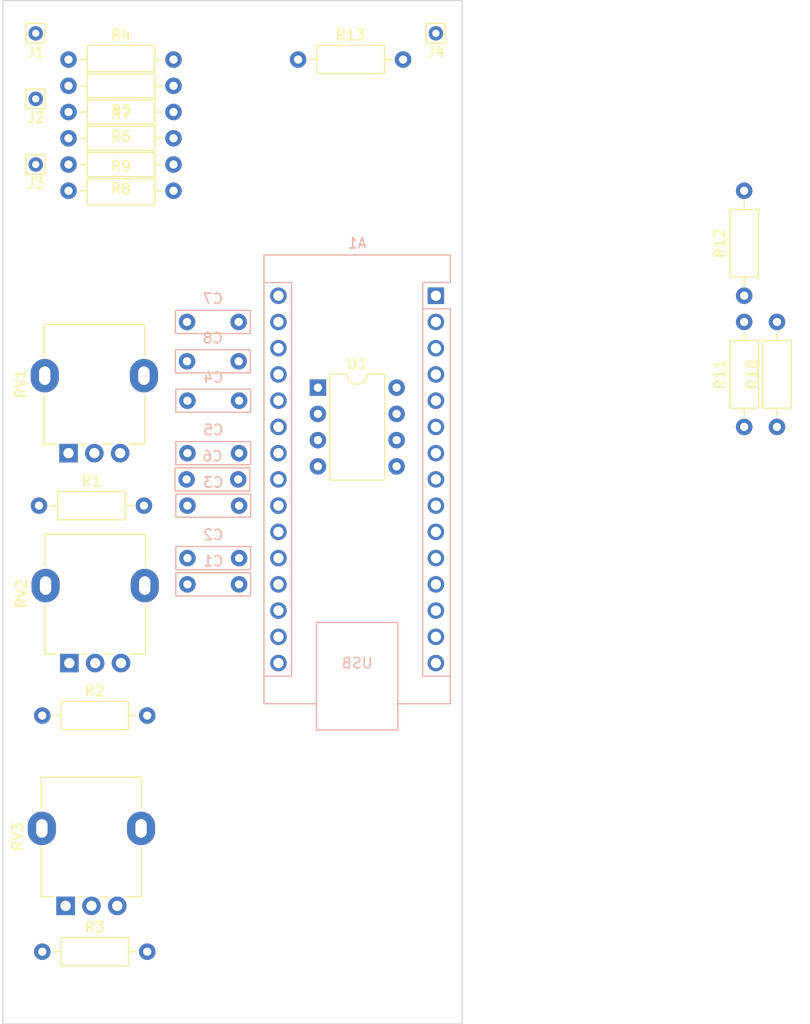
<source format=kicad_pcb>
(kicad_pcb (version 20221018) (generator pcbnew)
  (layers (0 "F.Cu" signal) (31 "B.Cu" signal) (34 "B.Paste" user) (35 "F.Paste" user) (36 "B.SilkS" user "B.Silkscreen") (37 "F.SilkS" user "F.Silkscreen") (38 "B.Mask" user) (39 "F.Mask" user) (44 "Edge.Cuts" user))
  (net 0 "")
  (net 4 "GND")
  (net 12 "Net-(A1-D9)")
  (net 13 "Net-(A1-D10)")
  (net 19 "FUNDAMENTAL_FREQ")
  (net 20 "HARMONICS_GAIN")
  (net 22 "HARMONICS")
  (net 23 "CV_GAIN")
  (net 24 "CV_HARM")
  (net 26 "VOCT_IN")
  (net 27 "+5V")
  (net 30 "Net-(C7-Pad1)")
  (net 31 "Net-(U1A-+)")
  (net 32 "Net-(J1-Pin_1)")
  (net 33 "Net-(J2-Pin_1)")
  (net 34 "Net-(J3-Pin_1)")
  (net 35 "Net-(J4-Pin_1)")
  (net 36 "Net-(R1-Pad1)")
  (net 37 "Net-(R2-Pad1)")
  (net 38 "Net-(R3-Pad1)")
  (net 39 "Net-(U1A--)")
  (footprint "Resistor_THT:R_Axial_DIN0207_L6.3mm_D2.5mm_P10.16mm_Horizontal" (layer "F.Cu") (at 114.3 71.12)
    (fp_text reference "R7" (at 5.08 -2.37) (layer "F.SilkS"))
    (fp_text value "1k")
    (fp_line (start 1.04 0) (end 1.81 0) (stroke (width 0.12)) (layer "F.SilkS"))
    (fp_line (start 1.81 -1.37) (end 1.81 1.37) (stroke (width 0.12)) (layer "F.SilkS"))
    (fp_line (start 1.81 1.37) (end 8.35 1.37) (stroke (width 0.12)) (layer "F.SilkS"))
    (fp_line (start 8.35 -1.37) (end 1.81 -1.37) (stroke (width 0.12)) (layer "F.SilkS"))
    (fp_line (start 8.35 1.37) (end 8.35 -1.37) (stroke (width 0.12)) (layer "F.SilkS"))
    (fp_line (start 9.12 0) (end 8.35 0) (stroke (width 0.12)) (layer "F.SilkS"))
    (pad "1" thru_hole circle (at 0 0) (size 1.6 1.6) (drill 0.8) (layers "*.Cu" "*.Mask") (net 33 "Net-(J2-Pin_1)"))
    (pad "2" thru_hole oval (at 10.16 0) (size 1.6 1.6) (drill 0.8) (layers "*.Cu" "*.Mask") (net 24 "CV_HARM"))
  )
  (footprint "Connector_Pin:Pin_D0.7mm_L6.5mm_W1.8mm_FlatFork" (layer "F.Cu") (at 111.125 73.66)
    (fp_text reference "J3" (at 0 1.8) (layer "F.SilkS"))
    (fp_text value "CV_GAIN")
    (fp_line (start -0.95 -0.95) (end -0.95 0.95) (stroke (width 0.12)) (layer "F.SilkS"))
    (fp_line (start -0.95 0.95) (end 0.9 0.95) (stroke (width 0.12)) (layer "F.SilkS"))
    (fp_line (start 0.9 -0.95) (end -0.95 -0.95) (stroke (width 0.12)) (layer "F.SilkS"))
    (fp_line (start 0.9 -0.9) (end 0.9 -0.95) (stroke (width 0.12)) (layer "F.SilkS"))
    (fp_line (start 0.9 0.95) (end 0.9 -0.9) (stroke (width 0.12)) (layer "F.SilkS"))
    (pad "1" thru_hole circle (at 0 0) (size 1.4 1.4) (drill 0.7) (layers "*.Cu" "*.Mask") (net 34 "Net-(J3-Pin_1)"))
  )
  (footprint "Resistor_THT:R_Axial_DIN0207_L6.3mm_D2.5mm_P10.16mm_Horizontal" (layer "F.Cu") (at 111.76 149.86)
    (fp_text reference "R3" (at 5.08 -2.37) (layer "F.SilkS"))
    (fp_text value "1k")
    (fp_line (start 1.04 0) (end 1.81 0) (stroke (width 0.12)) (layer "F.SilkS"))
    (fp_line (start 1.81 -1.37) (end 1.81 1.37) (stroke (width 0.12)) (layer "F.SilkS"))
    (fp_line (start 1.81 1.37) (end 8.35 1.37) (stroke (width 0.12)) (layer "F.SilkS"))
    (fp_line (start 8.35 -1.37) (end 1.81 -1.37) (stroke (width 0.12)) (layer "F.SilkS"))
    (fp_line (start 8.35 1.37) (end 8.35 -1.37) (stroke (width 0.12)) (layer "F.SilkS"))
    (fp_line (start 9.12 0) (end 8.35 0) (stroke (width 0.12)) (layer "F.SilkS"))
    (pad "1" thru_hole circle (at 0 0) (size 1.6 1.6) (drill 0.8) (layers "*.Cu" "*.Mask") (net 38 "Net-(R3-Pad1)"))
    (pad "2" thru_hole oval (at 10.16 0) (size 1.6 1.6) (drill 0.8) (layers "*.Cu" "*.Mask") (net 22 "HARMONICS"))
  )
  (footprint "Potentiometer_THT:Potentiometer_Alpha_RD901F-40-00D_Single_Vertical" (layer "F.Cu") (at 114.38 121.92 90)
    (fp_text reference "RV2" (at 6.71 -4.64 90) (layer "F.SilkS"))
    (fp_text value "B100k")
    (fp_line (start 0.88 -2.38) (end 5.6 -2.38) (stroke (width 0.12)) (layer "F.SilkS"))
    (fp_line (start 0.88 -1.19) (end 0.88 -2.37) (stroke (width 0.12)) (layer "F.SilkS"))
    (fp_line (start 0.88 1.71) (end 0.88 1.18) (stroke (width 0.12)) (layer "F.SilkS"))
    (fp_line (start 0.88 4.16) (end 0.88 3.33) (stroke (width 0.12)) (layer "F.SilkS"))
    (fp_line (start 0.88 7.37) (end 0.88 5.88) (stroke (width 0.12)) (layer "F.SilkS"))
    (fp_line (start 0.88 7.37) (end 5.6 7.37) (stroke (width 0.12)) (layer "F.SilkS"))
    (fp_line (start 9.41 -2.37) (end 12.47 -2.37) (stroke (width 0.12)) (layer "F.SilkS"))
    (fp_line (start 9.41 7.37) (end 12.47 7.37) (stroke (width 0.12)) (layer "F.SilkS"))
    (fp_line (start 12.47 7.37) (end 12.47 -2.37) (stroke (width 0.12)) (layer "F.SilkS"))
    (pad "" thru_hole oval (at 7.5 -2.3 180) (size 2.72 3.24) (drill oval 1.1 1.8) (layers "*.Cu" "*.Mask"))
    (pad "" thru_hole oval (at 7.5 7.3 180) (size 2.72 3.24) (drill oval 1.1 1.8) (layers "*.Cu" "*.Mask"))
    (pad "1" thru_hole rect (at 0 0 180) (size 1.8 1.8) (drill 1) (layers "*.Cu" "*.Mask") (net 4 "GND"))
    (pad "2" thru_hole circle (at 0 2.5 180) (size 1.8 1.8) (drill 1) (layers "*.Cu" "*.Mask") (net 37 "Net-(R2-Pad1)"))
    (pad "3" thru_hole circle (at 0 5 180) (size 1.8 1.8) (drill 1) (layers "*.Cu" "*.Mask") (net 27 "+5V"))
  )
  (footprint "Resistor_THT:R_Axial_DIN0207_L6.3mm_D2.5mm_P10.16mm_Horizontal" (layer "F.Cu") (at 124.46 66.04 180)
    (fp_text reference "R5" (at 5.08 -2.37) (layer "F.SilkS"))
    (fp_text value "100k")
    (fp_line (start 1.04 0) (end 1.81 0) (stroke (width 0.12)) (layer "F.SilkS"))
    (fp_line (start 1.81 -1.37) (end 1.81 1.37) (stroke (width 0.12)) (layer "F.SilkS"))
    (fp_line (start 1.81 1.37) (end 8.35 1.37) (stroke (width 0.12)) (layer "F.SilkS"))
    (fp_line (start 8.35 -1.37) (end 1.81 -1.37) (stroke (width 0.12)) (layer "F.SilkS"))
    (fp_line (start 8.35 1.37) (end 8.35 -1.37) (stroke (width 0.12)) (layer "F.SilkS"))
    (fp_line (start 9.12 0) (end 8.35 0) (stroke (width 0.12)) (layer "F.SilkS"))
    (pad "1" thru_hole circle (at 0 0 180) (size 1.6 1.6) (drill 0.8) (layers "*.Cu" "*.Mask") (net 4 "GND"))
    (pad "2" thru_hole oval (at 10.16 0 180) (size 1.6 1.6) (drill 0.8) (layers "*.Cu" "*.Mask") (net 32 "Net-(J1-Pin_1)"))
  )
  (footprint "Resistor_THT:R_Axial_DIN0207_L6.3mm_D2.5mm_P10.16mm_Horizontal" (layer "F.Cu") (at 182.88 99.06 90)
    (fp_text reference "R10" (at 5.08 -2.37 90) (layer "F.SilkS"))
    (fp_text value "3.9k")
    (fp_line (start 1.04 0) (end 1.81 0) (stroke (width 0.12)) (layer "F.SilkS"))
    (fp_line (start 1.81 -1.37) (end 1.81 1.37) (stroke (width 0.12)) (layer "F.SilkS"))
    (fp_line (start 1.81 1.37) (end 8.35 1.37) (stroke (width 0.12)) (layer "F.SilkS"))
    (fp_line (start 8.35 -1.37) (end 1.81 -1.37) (stroke (width 0.12)) (layer "F.SilkS"))
    (fp_line (start 8.35 1.37) (end 8.35 -1.37) (stroke (width 0.12)) (layer "F.SilkS"))
    (fp_line (start 9.12 0) (end 8.35 0) (stroke (width 0.12)) (layer "F.SilkS"))
    (pad "1" thru_hole circle (at 0 0 90) (size 1.6 1.6) (drill 0.8) (layers "*.Cu" "*.Mask") (net 12 "Net-(A1-D9)"))
    (pad "2" thru_hole oval (at 10.16 0 90) (size 1.6 1.6) (drill 0.8) (layers "*.Cu" "*.Mask") (net 30 "Net-(C7-Pad1)"))
  )
  (footprint "Potentiometer_THT:Potentiometer_Alpha_RD901F-40-00D_Single_Vertical" (layer "F.Cu") (at 114.02 145.425 90)
    (fp_text reference "RV3" (at 6.71 -4.64 90) (layer "F.SilkS"))
    (fp_text value "B100k")
    (fp_line (start 0.88 -2.38) (end 5.6 -2.38) (stroke (width 0.12)) (layer "F.SilkS"))
    (fp_line (start 0.88 -1.19) (end 0.88 -2.37) (stroke (width 0.12)) (layer "F.SilkS"))
    (fp_line (start 0.88 1.71) (end 0.88 1.18) (stroke (width 0.12)) (layer "F.SilkS"))
    (fp_line (start 0.88 4.16) (end 0.88 3.33) (stroke (width 0.12)) (layer "F.SilkS"))
    (fp_line (start 0.88 7.37) (end 0.88 5.88) (stroke (width 0.12)) (layer "F.SilkS"))
    (fp_line (start 0.88 7.37) (end 5.6 7.37) (stroke (width 0.12)) (layer "F.SilkS"))
    (fp_line (start 9.41 -2.37) (end 12.47 -2.37) (stroke (width 0.12)) (layer "F.SilkS"))
    (fp_line (start 9.41 7.37) (end 12.47 7.37) (stroke (width 0.12)) (layer "F.SilkS"))
    (fp_line (start 12.47 7.37) (end 12.47 -2.37) (stroke (width 0.12)) (layer "F.SilkS"))
    (pad "" thru_hole oval (at 7.5 -2.3 180) (size 2.72 3.24) (drill oval 1.1 1.8) (layers "*.Cu" "*.Mask"))
    (pad "" thru_hole oval (at 7.5 7.3 180) (size 2.72 3.24) (drill oval 1.1 1.8) (layers "*.Cu" "*.Mask"))
    (pad "1" thru_hole rect (at 0 0 180) (size 1.8 1.8) (drill 1) (layers "*.Cu" "*.Mask") (net 4 "GND"))
    (pad "2" thru_hole circle (at 0 2.5 180) (size 1.8 1.8) (drill 1) (layers "*.Cu" "*.Mask") (net 38 "Net-(R3-Pad1)"))
    (pad "3" thru_hole circle (at 0 5 180) (size 1.8 1.8) (drill 1) (layers "*.Cu" "*.Mask") (net 27 "+5V"))
  )
  (footprint "Resistor_THT:R_Axial_DIN0207_L6.3mm_D2.5mm_P10.16mm_Horizontal" (layer "F.Cu") (at 111.44 106.68)
    (fp_text reference "R1" (at 5.08 -2.37) (layer "F.SilkS"))
    (fp_text value "1k")
    (fp_line (start 1.04 0) (end 1.81 0) (stroke (width 0.12)) (layer "F.SilkS"))
    (fp_line (start 1.81 -1.37) (end 1.81 1.37) (stroke (width 0.12)) (layer "F.SilkS"))
    (fp_line (start 1.81 1.37) (end 8.35 1.37) (stroke (width 0.12)) (layer "F.SilkS"))
    (fp_line (start 8.35 -1.37) (end 1.81 -1.37) (stroke (width 0.12)) (layer "F.SilkS"))
    (fp_line (start 8.35 1.37) (end 8.35 -1.37) (stroke (width 0.12)) (layer "F.SilkS"))
    (fp_line (start 9.12 0) (end 8.35 0) (stroke (width 0.12)) (layer "F.SilkS"))
    (pad "1" thru_hole circle (at 0 0) (size 1.6 1.6) (drill 0.8) (layers "*.Cu" "*.Mask") (net 36 "Net-(R1-Pad1)"))
    (pad "2" thru_hole oval (at 10.16 0) (size 1.6 1.6) (drill 0.8) (layers "*.Cu" "*.Mask") (net 19 "FUNDAMENTAL_FREQ"))
  )
  (footprint "Resistor_THT:R_Axial_DIN0207_L6.3mm_D2.5mm_P10.16mm_Horizontal" (layer "F.Cu") (at 114.3 76.2)
    (fp_text reference "R9" (at 5.08 -2.37) (layer "F.SilkS"))
    (fp_text value "1k")
    (fp_line (start 1.04 0) (end 1.81 0) (stroke (width 0.12)) (layer "F.SilkS"))
    (fp_line (start 1.81 -1.37) (end 1.81 1.37) (stroke (width 0.12)) (layer "F.SilkS"))
    (fp_line (start 1.81 1.37) (end 8.35 1.37) (stroke (width 0.12)) (layer "F.SilkS"))
    (fp_line (start 8.35 -1.37) (end 1.81 -1.37) (stroke (width 0.12)) (layer "F.SilkS"))
    (fp_line (start 8.35 1.37) (end 8.35 -1.37) (stroke (width 0.12)) (layer "F.SilkS"))
    (fp_line (start 9.12 0) (end 8.35 0) (stroke (width 0.12)) (layer "F.SilkS"))
    (pad "1" thru_hole circle (at 0 0) (size 1.6 1.6) (drill 0.8) (layers "*.Cu" "*.Mask") (net 34 "Net-(J3-Pin_1)"))
    (pad "2" thru_hole oval (at 10.16 0) (size 1.6 1.6) (drill 0.8) (layers "*.Cu" "*.Mask") (net 23 "CV_GAIN"))
  )
  (footprint "Package_DIP:DIP-8_W7.62mm" (layer "F.Cu") (at 138.44 95.26)
    (fp_text reference "U1" (at 3.81 -2.33) (layer "F.SilkS"))
    (fp_text value "MCP6002-xP")
    (fp_line (start 1.16 -1.33) (end 1.16 8.95) (stroke (width 0.12)) (layer "F.SilkS"))
    (fp_line (start 1.16 8.95) (end 6.46 8.95) (stroke (width 0.12)) (layer "F.SilkS"))
    (fp_line (start 2.81 -1.33) (end 1.16 -1.33) (stroke (width 0.12)) (layer "F.SilkS"))
    (fp_line (start 6.46 -1.33) (end 4.81 -1.33) (stroke (width 0.12)) (layer "F.SilkS"))
    (fp_line (start 6.46 8.95) (end 6.46 -1.33) (stroke (width 0.12)) (layer "F.SilkS"))
    (fp_arc (start 4.81 -1.33) (mid 3.81 -0.33) (end 2.81 -1.33) (stroke (width 0.12)) (layer "F.SilkS"))
    (pad "1" thru_hole rect (at 0 0) (size 1.6 1.6) (drill 0.8) (layers "*.Cu" "*.Mask") (net 39 "Net-(U1A--)"))
    (pad "2" thru_hole oval (at 0 2.54) (size 1.6 1.6) (drill 0.8) (layers "*.Cu" "*.Mask") (net 39 "Net-(U1A--)"))
    (pad "3" thru_hole oval (at 0 5.08) (size 1.6 1.6) (drill 0.8) (layers "*.Cu" "*.Mask") (net 31 "Net-(U1A-+)"))
    (pad "4" thru_hole oval (at 0 7.62) (size 1.6 1.6) (drill 0.8) (layers "*.Cu" "*.Mask") (net 4 "GND"))
    (pad "5" thru_hole oval (at 7.62 7.62) (size 1.6 1.6) (drill 0.8) (layers "*.Cu" "*.Mask"))
    (pad "6" thru_hole oval (at 7.62 5.08) (size 1.6 1.6) (drill 0.8) (layers "*.Cu" "*.Mask"))
    (pad "7" thru_hole oval (at 7.62 2.54) (size 1.6 1.6) (drill 0.8) (layers "*.Cu" "*.Mask"))
    (pad "8" thru_hole oval (at 7.62 0) (size 1.6 1.6) (drill 0.8) (layers "*.Cu" "*.Mask") (net 27 "+5V"))
  )
  (footprint "Resistor_THT:R_Axial_DIN0207_L6.3mm_D2.5mm_P10.16mm_Horizontal" (layer "F.Cu") (at 179.705 99.06 90)
    (fp_text reference "R11" (at 5.08 -2.37 90) (layer "F.SilkS"))
    (fp_text value "499k")
    (fp_line (start 1.04 0) (end 1.81 0) (stroke (width 0.12)) (layer "F.SilkS"))
    (fp_line (start 1.81 -1.37) (end 1.81 1.37) (stroke (width 0.12)) (layer "F.SilkS"))
    (fp_line (start 1.81 1.37) (end 8.35 1.37) (stroke (width 0.12)) (layer "F.SilkS"))
    (fp_line (start 8.35 -1.37) (end 1.81 -1.37) (stroke (width 0.12)) (layer "F.SilkS"))
    (fp_line (start 8.35 1.37) (end 8.35 -1.37) (stroke (width 0.12)) (layer "F.SilkS"))
    (fp_line (start 9.12 0) (end 8.35 0) (stroke (width 0.12)) (layer "F.SilkS"))
    (pad "1" thru_hole circle (at 0 0 90) (size 1.6 1.6) (drill 0.8) (layers "*.Cu" "*.Mask") (net 13 "Net-(A1-D10)"))
    (pad "2" thru_hole oval (at 10.16 0 90) (size 1.6 1.6) (drill 0.8) (layers "*.Cu" "*.Mask") (net 30 "Net-(C7-Pad1)"))
  )
  (footprint "Resistor_THT:R_Axial_DIN0207_L6.3mm_D2.5mm_P10.16mm_Horizontal" (layer "F.Cu") (at 111.76 127)
    (fp_text reference "R2" (at 5.08 -2.37) (layer "F.SilkS"))
    (fp_text value "1k")
    (fp_line (start 1.04 0) (end 1.81 0) (stroke (width 0.12)) (layer "F.SilkS"))
    (fp_line (start 1.81 -1.37) (end 1.81 1.37) (stroke (width 0.12)) (layer "F.SilkS"))
    (fp_line (start 1.81 1.37) (end 8.35 1.37) (stroke (width 0.12)) (layer "F.SilkS"))
    (fp_line (start 8.35 -1.37) (end 1.81 -1.37) (stroke (width 0.12)) (layer "F.SilkS"))
    (fp_line (start 8.35 1.37) (end 8.35 -1.37) (stroke (width 0.12)) (layer "F.SilkS"))
    (fp_line (start 9.12 0) (end 8.35 0) (stroke (width 0.12)) (layer "F.SilkS"))
    (pad "1" thru_hole circle (at 0 0) (size 1.6 1.6) (drill 0.8) (layers "*.Cu" "*.Mask") (net 37 "Net-(R2-Pad1)"))
    (pad "2" thru_hole oval (at 10.16 0) (size 1.6 1.6) (drill 0.8) (layers "*.Cu" "*.Mask") (net 20 "HARMONICS_GAIN"))
  )
  (footprint "Potentiometer_THT:Potentiometer_Alpha_RD901F-40-00D_Single_Vertical" (layer "F.Cu") (at 114.3 101.6 90)
    (fp_text reference "RV1" (at 6.71 -4.64 90) (layer "F.SilkS"))
    (fp_text value "B100k")
    (fp_line (start 0.88 -2.38) (end 5.6 -2.38) (stroke (width 0.12)) (layer "F.SilkS"))
    (fp_line (start 0.88 -1.19) (end 0.88 -2.37) (stroke (width 0.12)) (layer "F.SilkS"))
    (fp_line (start 0.88 1.71) (end 0.88 1.18) (stroke (width 0.12)) (layer "F.SilkS"))
    (fp_line (start 0.88 4.16) (end 0.88 3.33) (stroke (width 0.12)) (layer "F.SilkS"))
    (fp_line (start 0.88 7.37) (end 0.88 5.88) (stroke (width 0.12)) (layer "F.SilkS"))
    (fp_line (start 0.88 7.37) (end 5.6 7.37) (stroke (width 0.12)) (layer "F.SilkS"))
    (fp_line (start 9.41 -2.37) (end 12.47 -2.37) (stroke (width 0.12)) (layer "F.SilkS"))
    (fp_line (start 9.41 7.37) (end 12.47 7.37) (stroke (width 0.12)) (layer "F.SilkS"))
    (fp_line (start 12.47 7.37) (end 12.47 -2.37) (stroke (width 0.12)) (layer "F.SilkS"))
    (pad "" thru_hole oval (at 7.5 -2.3 180) (size 2.72 3.24) (drill oval 1.1 1.8) (layers "*.Cu" "*.Mask"))
    (pad "" thru_hole oval (at 7.5 7.3 180) (size 2.72 3.24) (drill oval 1.1 1.8) (layers "*.Cu" "*.Mask"))
    (pad "1" thru_hole rect (at 0 0 180) (size 1.8 1.8) (drill 1) (layers "*.Cu" "*.Mask") (net 4 "GND"))
    (pad "2" thru_hole circle (at 0 2.5 180) (size 1.8 1.8) (drill 1) (layers "*.Cu" "*.Mask") (net 36 "Net-(R1-Pad1)"))
    (pad "3" thru_hole circle (at 0 5 180) (size 1.8 1.8) (drill 1) (layers "*.Cu" "*.Mask") (net 27 "+5V"))
  )
  (footprint "Resistor_THT:R_Axial_DIN0207_L6.3mm_D2.5mm_P10.16mm_Horizontal" (layer "F.Cu") (at 124.46 73.66 180)
    (fp_text reference "R8" (at 5.08 -2.37) (layer "F.SilkS"))
    (fp_text value "100k")
    (fp_line (start 1.04 0) (end 1.81 0) (stroke (width 0.12)) (layer "F.SilkS"))
    (fp_line (start 1.81 -1.37) (end 1.81 1.37) (stroke (width 0.12)) (layer "F.SilkS"))
    (fp_line (start 1.81 1.37) (end 8.35 1.37) (stroke (width 0.12)) (layer "F.SilkS"))
    (fp_line (start 8.35 -1.37) (end 1.81 -1.37) (stroke (width 0.12)) (layer "F.SilkS"))
    (fp_line (start 8.35 1.37) (end 8.35 -1.37) (stroke (width 0.12)) (layer "F.SilkS"))
    (fp_line (start 9.12 0) (end 8.35 0) (stroke (width 0.12)) (layer "F.SilkS"))
    (pad "1" thru_hole circle (at 0 0 180) (size 1.6 1.6) (drill 0.8) (layers "*.Cu" "*.Mask") (net 4 "GND"))
    (pad "2" thru_hole oval (at 10.16 0 180) (size 1.6 1.6) (drill 0.8) (layers "*.Cu" "*.Mask") (net 34 "Net-(J3-Pin_1)"))
  )
  (footprint "Connector_Pin:Pin_D0.7mm_L6.5mm_W1.8mm_FlatFork" (layer "F.Cu") (at 111.125 60.96)
    (fp_text reference "J1" (at 0 1.8) (layer "F.SilkS"))
    (fp_text value "VOCT_IN")
    (fp_line (start -0.95 -0.95) (end -0.95 0.95) (stroke (width 0.12)) (layer "F.SilkS"))
    (fp_line (start -0.95 0.95) (end 0.9 0.95) (stroke (width 0.12)) (layer "F.SilkS"))
    (fp_line (start 0.9 -0.95) (end -0.95 -0.95) (stroke (width 0.12)) (layer "F.SilkS"))
    (fp_line (start 0.9 -0.9) (end 0.9 -0.95) (stroke (width 0.12)) (layer "F.SilkS"))
    (fp_line (start 0.9 0.95) (end 0.9 -0.9) (stroke (width 0.12)) (layer "F.SilkS"))
    (pad "1" thru_hole circle (at 0 0) (size 1.4 1.4) (drill 0.7) (layers "*.Cu" "*.Mask") (net 32 "Net-(J1-Pin_1)"))
  )
  (footprint "Resistor_THT:R_Axial_DIN0207_L6.3mm_D2.5mm_P10.16mm_Horizontal" (layer "F.Cu") (at 124.46 68.58 180)
    (fp_text reference "R6" (at 5.08 -2.37) (layer "F.SilkS"))
    (fp_text value "100k")
    (fp_line (start 1.04 0) (end 1.81 0) (stroke (width 0.12)) (layer "F.SilkS"))
    (fp_line (start 1.81 -1.37) (end 1.81 1.37) (stroke (width 0.12)) (layer "F.SilkS"))
    (fp_line (start 1.81 1.37) (end 8.35 1.37) (stroke (width 0.12)) (layer "F.SilkS"))
    (fp_line (start 8.35 -1.37) (end 1.81 -1.37) (stroke (width 0.12)) (layer "F.SilkS"))
    (fp_line (start 8.35 1.37) (end 8.35 -1.37) (stroke (width 0.12)) (layer "F.SilkS"))
    (fp_line (start 9.12 0) (end 8.35 0) (stroke (width 0.12)) (layer "F.SilkS"))
    (pad "1" thru_hole circle (at 0 0 180) (size 1.6 1.6) (drill 0.8) (layers "*.Cu" "*.Mask") (net 4 "GND"))
    (pad "2" thru_hole oval (at 10.16 0 180) (size 1.6 1.6) (drill 0.8) (layers "*.Cu" "*.Mask") (net 33 "Net-(J2-Pin_1)"))
  )
  (footprint "Resistor_THT:R_Axial_DIN0207_L6.3mm_D2.5mm_P10.16mm_Horizontal" (layer "F.Cu") (at 179.705 86.36 90)
    (fp_text reference "R12" (at 5.08 -2.37 90) (layer "F.SilkS"))
    (fp_text value "3.9k")
    (fp_line (start 1.04 0) (end 1.81 0) (stroke (width 0.12)) (layer "F.SilkS"))
    (fp_line (start 1.81 -1.37) (end 1.81 1.37) (stroke (width 0.12)) (layer "F.SilkS"))
    (fp_line (start 1.81 1.37) (end 8.35 1.37) (stroke (width 0.12)) (layer "F.SilkS"))
    (fp_line (start 8.35 -1.37) (end 1.81 -1.37) (stroke (width 0.12)) (layer "F.SilkS"))
    (fp_line (start 8.35 1.37) (end 8.35 -1.37) (stroke (width 0.12)) (layer "F.SilkS"))
    (fp_line (start 9.12 0) (end 8.35 0) (stroke (width 0.12)) (layer "F.SilkS"))
    (pad "1" thru_hole circle (at 0 0 90) (size 1.6 1.6) (drill 0.8) (layers "*.Cu" "*.Mask") (net 30 "Net-(C7-Pad1)"))
    (pad "2" thru_hole oval (at 10.16 0 90) (size 1.6 1.6) (drill 0.8) (layers "*.Cu" "*.Mask") (net 31 "Net-(U1A-+)"))
  )
  (footprint "Resistor_THT:R_Axial_DIN0207_L6.3mm_D2.5mm_P10.16mm_Horizontal" (layer "F.Cu") (at 136.525 63.5)
    (fp_text reference "R13" (at 5.08 -2.37) (layer "F.SilkS"))
    (fp_text value "220")
    (fp_line (start 1.04 0) (end 1.81 0) (stroke (width 0.12)) (layer "F.SilkS"))
    (fp_line (start 1.81 -1.37) (end 1.81 1.37) (stroke (width 0.12)) (layer "F.SilkS"))
    (fp_line (start 1.81 1.37) (end 8.35 1.37) (stroke (width 0.12)) (layer "F.SilkS"))
    (fp_line (start 8.35 -1.37) (end 1.81 -1.37) (stroke (width 0.12)) (layer "F.SilkS"))
    (fp_line (start 8.35 1.37) (end 8.35 -1.37) (stroke (width 0.12)) (layer "F.SilkS"))
    (fp_line (start 9.12 0) (end 8.35 0) (stroke (width 0.12)) (layer "F.SilkS"))
    (pad "1" thru_hole circle (at 0 0) (size 1.6 1.6) (drill 0.8) (layers "*.Cu" "*.Mask") (net 39 "Net-(U1A--)"))
    (pad "2" thru_hole oval (at 10.16 0) (size 1.6 1.6) (drill 0.8) (layers "*.Cu" "*.Mask") (net 35 "Net-(J4-Pin_1)"))
  )
  (footprint "Connector_Pin:Pin_D0.7mm_L6.5mm_W1.8mm_FlatFork" (layer "F.Cu") (at 149.86 60.96)
    (fp_text reference "J4" (at 0 1.8) (layer "F.SilkS"))
    (fp_text value "OUT")
    (fp_line (start -0.95 -0.95) (end -0.95 0.95) (stroke (width 0.12)) (layer "F.SilkS"))
    (fp_line (start -0.95 0.95) (end 0.9 0.95) (stroke (width 0.12)) (layer "F.SilkS"))
    (fp_line (start 0.9 -0.95) (end -0.95 -0.95) (stroke (width 0.12)) (layer "F.SilkS"))
    (fp_line (start 0.9 -0.9) (end 0.9 -0.95) (stroke (width 0.12)) (layer "F.SilkS"))
    (fp_line (start 0.9 0.95) (end 0.9 -0.9) (stroke (width 0.12)) (layer "F.SilkS"))
    (pad "1" thru_hole circle (at 0 0) (size 1.4 1.4) (drill 0.7) (layers "*.Cu" "*.Mask") (net 35 "Net-(J4-Pin_1)"))
  )
  (footprint "Connector_Pin:Pin_D0.7mm_L6.5mm_W1.8mm_FlatFork" (layer "F.Cu") (at 111.125 67.31)
    (fp_text reference "J2" (at 0 1.8) (layer "F.SilkS"))
    (fp_text value "CV_HARM")
    (fp_line (start -0.95 -0.95) (end -0.95 0.95) (stroke (width 0.12)) (layer "F.SilkS"))
    (fp_line (start -0.95 0.95) (end 0.9 0.95) (stroke (width 0.12)) (layer "F.SilkS"))
    (fp_line (start 0.9 -0.95) (end -0.95 -0.95) (stroke (width 0.12)) (layer "F.SilkS"))
    (fp_line (start 0.9 -0.9) (end 0.9 -0.95) (stroke (width 0.12)) (layer "F.SilkS"))
    (fp_line (start 0.9 0.95) (end 0.9 -0.9) (stroke (width 0.12)) (layer "F.SilkS"))
    (pad "1" thru_hole circle (at 0 0) (size 1.4 1.4) (drill 0.7) (layers "*.Cu" "*.Mask") (net 33 "Net-(J2-Pin_1)"))
  )
  (footprint "Resistor_THT:R_Axial_DIN0207_L6.3mm_D2.5mm_P10.16mm_Horizontal" (layer "F.Cu") (at 114.3 63.5)
    (fp_text reference "R4" (at 5.08 -2.37) (layer "F.SilkS"))
    (fp_text value "100")
    (fp_line (start 1.04 0) (end 1.81 0) (stroke (width 0.12)) (layer "F.SilkS"))
    (fp_line (start 1.81 -1.37) (end 1.81 1.37) (stroke (width 0.12)) (layer "F.SilkS"))
    (fp_line (start 1.81 1.37) (end 8.35 1.37) (stroke (width 0.12)) (layer "F.SilkS"))
    (fp_line (start 8.35 -1.37) (end 1.81 -1.37) (stroke (width 0.12)) (layer "F.SilkS"))
    (fp_line (start 8.35 1.37) (end 8.35 -1.37) (stroke (width 0.12)) (layer "F.SilkS"))
    (fp_line (start 9.12 0) (end 8.35 0) (stroke (width 0.12)) (layer "F.SilkS"))
    (pad "1" thru_hole circle (at 0 0) (size 1.6 1.6) (drill 0.8) (layers "*.Cu" "*.Mask") (net 32 "Net-(J1-Pin_1)"))
    (pad "2" thru_hole oval (at 10.16 0) (size 1.6 1.6) (drill 0.8) (layers "*.Cu" "*.Mask") (net 26 "VOCT_IN"))
  )
  (footprint "Capacitor_THT:C_Rect_L7.0mm_W2.0mm_P5.00mm" (layer "B.Cu") (at 130.73 104.14 180)
    (fp_text reference "C6" (at 2.5 2.25) (layer "B.SilkS") (effects (justify mirror)))
    (fp_text value "68nF")
    (fp_line (start -1.12 -1.12) (end 6.12 -1.12) (stroke (width 0.12)) (layer "B.SilkS"))
    (fp_line (start -1.12 1.12) (end -1.12 -1.12) (stroke (width 0.12)) (layer "B.SilkS"))
    (fp_line (start -1.12 1.12) (end 6.12 1.12) (stroke (width 0.12)) (layer "B.SilkS"))
    (fp_line (start 6.12 1.12) (end 6.12 -1.12) (stroke (width 0.12)) (layer "B.SilkS"))
    (pad "1" thru_hole circle (at 0 0 180) (size 1.6 1.6) (drill 0.8) (layers "*.Cu" "*.Mask") (net 23 "CV_GAIN"))
    (pad "2" thru_hole circle (at 5 0 180) (size 1.6 1.6) (drill 0.8) (layers "*.Cu" "*.Mask") (net 4 "GND"))
  )
  (footprint "Capacitor_THT:C_Rect_L7.0mm_W2.0mm_P5.00mm" (layer "B.Cu") (at 130.77 92.71 180)
    (fp_text reference "C8" (at 2.5 2.25) (layer "B.SilkS") (effects (justify mirror)))
    (fp_text value "10nF")
    (fp_line (start -1.12 -1.12) (end 6.12 -1.12) (stroke (width 0.12)) (layer "B.SilkS"))
    (fp_line (start -1.12 1.12) (end -1.12 -1.12) (stroke (width 0.12)) (layer "B.SilkS"))
    (fp_line (start -1.12 1.12) (end 6.12 1.12) (stroke (width 0.12)) (layer "B.SilkS"))
    (fp_line (start 6.12 1.12) (end 6.12 -1.12) (stroke (width 0.12)) (layer "B.SilkS"))
    (pad "1" thru_hole circle (at 0 0 180) (size 1.6 1.6) (drill 0.8) (layers "*.Cu" "*.Mask") (net 31 "Net-(U1A-+)"))
    (pad "2" thru_hole circle (at 5 0 180) (size 1.6 1.6) (drill 0.8) (layers "*.Cu" "*.Mask") (net 4 "GND"))
  )
  (footprint "Module:Arduino_Nano" (layer "B.Cu") (at 149.86 86.36 180)
    (fp_text reference "A1" (at 7.62 5.08) (layer "B.SilkS") (effects (justify mirror)))
    (fp_text value "Arduino_Nano_v3.x")
    (fp_text user "USB" (at 7.62 -35.56 unlocked) (layer "B.SilkS") (effects (justify mirror)))
    (fp_line (start -1.4 -39.5) (end 3.68 -39.5) (stroke (width 0.12)) (layer "B.SilkS"))
    (fp_line (start -1.4 -1.27) (end -1.4 -39.5) (stroke (width 0.12)) (layer "B.SilkS"))
    (fp_line (start -1.4 3.94) (end -1.4 1.27) (stroke (width 0.12)) (layer "B.SilkS"))
    (fp_line (start 1.27 -36.83) (end -1.4 -36.83) (stroke (width 0.12)) (layer "B.SilkS"))
    (fp_line (start 1.27 -1.27) (end -1.4 -1.27) (stroke (width 0.12)) (layer "B.SilkS"))
    (fp_line (start 1.27 -1.27) (end 1.27 -36.83) (stroke (width 0.12)) (layer "B.SilkS"))
    (fp_line (start 1.27 -1.27) (end 1.27 1.27) (stroke (width 0.12)) (layer "B.SilkS"))
    (fp_line (start 1.27 1.27) (end -1.4 1.27) (stroke (width 0.12)) (layer "B.SilkS"))
    (fp_line (start 3.68 -42.04) (end 3.68 -31.62) (stroke (width 0.12)) (layer "B.SilkS"))
    (fp_line (start 3.68 -31.62) (end 11.56 -31.62) (stroke (width 0.12)) (layer "B.SilkS"))
    (fp_line (start 11.56 -42.04) (end 3.68 -42.04) (stroke (width 0.12)) (layer "B.SilkS"))
    (fp_line (start 11.56 -31.62) (end 11.56 -42.04) (stroke (width 0.12)) (layer "B.SilkS"))
    (fp_line (start 13.97 -36.83) (end 16.64 -36.83) (stroke (width 0.12)) (layer "B.SilkS"))
    (fp_line (start 13.97 1.27) (end 13.97 -36.83) (stroke (width 0.12)) (layer "B.SilkS"))
    (fp_line (start 13.97 1.27) (end 16.64 1.27) (stroke (width 0.12)) (layer "B.SilkS"))
    (fp_line (start 16.64 -39.5) (end 11.56 -39.5) (stroke (width 0.12)) (layer "B.SilkS"))
    (fp_line (start 16.64 -39.5) (end 16.64 3.94) (stroke (width 0.12)) (layer "B.SilkS"))
    (fp_line (start 16.64 3.94) (end -1.4 3.94) (stroke (width 0.12)) (layer "B.SilkS"))
    (pad "1" thru_hole rect (at 0 0 180) (size 1.6 1.6) (drill 1) (layers "*.Cu" "*.Mask"))
    (pad "2" thru_hole oval (at 0 -2.54 180) (size 1.6 1.6) (drill 1) (layers "*.Cu" "*.Mask"))
    (pad "3" thru_hole oval (at 0 -5.08 180) (size 1.6 1.6) (drill 1) (layers "*.Cu" "*.Mask"))
    (pad "4" thru_hole oval (at 0 -7.62 180) (size 1.6 1.6) (drill 1) (layers "*.Cu" "*.Mask") (net 4 "GND"))
    (pad "5" thru_hole oval (at 0 -10.16 180) (size 1.6 1.6) (drill 1) (layers "*.Cu" "*.Mask"))
    (pad "6" thru_hole oval (at 0 -12.7 180) (size 1.6 1.6) (drill 1) (layers "*.Cu" "*.Mask"))
    (pad "7" thru_hole oval (at 0 -15.24 180) (size 1.6 1.6) (drill 1) (layers "*.Cu" "*.Mask"))
    (pad "8" thru_hole oval (at 0 -17.78 180) (size 1.6 1.6) (drill 1) (layers "*.Cu" "*.Mask"))
    (pad "9" thru_hole oval (at 0 -20.32 180) (size 1.6 1.6) (drill 1) (layers "*.Cu" "*.Mask"))
    (pad "10" thru_hole oval (at 0 -22.86 180) (size 1.6 1.6) (drill 1) (layers "*.Cu" "*.Mask"))
    (pad "11" thru_hole oval (at 0 -25.4 180) (size 1.6 1.6) (drill 1) (layers "*.Cu" "*.Mask"))
    (pad "12" thru_hole oval (at 0 -27.94 180) (size 1.6 1.6) (drill 1) (layers "*.Cu" "*.Mask") (net 12 "Net-(A1-D9)"))
    (pad "13" thru_hole oval (at 0 -30.48 180) (size 1.6 1.6) (drill 1) (layers "*.Cu" "*.Mask") (net 13 "Net-(A1-D10)"))
    (pad "14" thru_hole oval (at 0 -33.02 180) (size 1.6 1.6) (drill 1) (layers "*.Cu" "*.Mask"))
    (pad "15" thru_hole oval (at 0 -35.56 180) (size 1.6 1.6) (drill 1) (layers "*.Cu" "*.Mask"))
    (pad "16" thru_hole oval (at 15.24 -35.56 180) (size 1.6 1.6) (drill 1) (layers "*.Cu" "*.Mask"))
    (pad "17" thru_hole oval (at 15.24 -33.02 180) (size 1.6 1.6) (drill 1) (layers "*.Cu" "*.Mask"))
    (pad "18" thru_hole oval (at 15.24 -30.48 180) (size 1.6 1.6) (drill 1) (layers "*.Cu" "*.Mask"))
    (pad "19" thru_hole oval (at 15.24 -27.94 180) (size 1.6 1.6) (drill 1) (layers "*.Cu" "*.Mask") (net 19 "FUNDAMENTAL_FREQ"))
    (pad "20" thru_hole oval (at 15.24 -25.4 180) (size 1.6 1.6) (drill 1) (layers "*.Cu" "*.Mask") (net 20 "HARMONICS_GAIN"))
    (pad "21" thru_hole oval (at 15.24 -22.86 180) (size 1.6 1.6) (drill 1) (layers "*.Cu" "*.Mask"))
    (pad "22" thru_hole oval (at 15.24 -20.32 180) (size 1.6 1.6) (drill 1) (layers "*.Cu" "*.Mask") (net 22 "HARMONICS"))
    (pad "23" thru_hole oval (at 15.24 -17.78 180) (size 1.6 1.6) (drill 1) (layers "*.Cu" "*.Mask") (net 23 "CV_GAIN"))
    (pad "24" thru_hole oval (at 15.24 -15.24 180) (size 1.6 1.6) (drill 1) (layers "*.Cu" "*.Mask") (net 24 "CV_HARM"))
    (pad "25" thru_hole oval (at 15.24 -12.7 180) (size 1.6 1.6) (drill 1) (layers "*.Cu" "*.Mask"))
    (pad "26" thru_hole oval (at 15.24 -10.16 180) (size 1.6 1.6) (drill 1) (layers "*.Cu" "*.Mask") (net 26 "VOCT_IN"))
    (pad "27" thru_hole oval (at 15.24 -7.62 180) (size 1.6 1.6) (drill 1) (layers "*.Cu" "*.Mask") (net 27 "+5V"))
    (pad "28" thru_hole oval (at 15.24 -5.08 180) (size 1.6 1.6) (drill 1) (layers "*.Cu" "*.Mask"))
    (pad "29" thru_hole oval (at 15.24 -2.54 180) (size 1.6 1.6) (drill 1) (layers "*.Cu" "*.Mask") (net 4 "GND"))
    (pad "30" thru_hole oval (at 15.24 0 180) (size 1.6 1.6) (drill 1) (layers "*.Cu" "*.Mask"))
  )
  (footprint "Capacitor_THT:C_Rect_L7.0mm_W2.0mm_P5.00mm" (layer "B.Cu") (at 130.81 111.76 180)
    (fp_text reference "C2" (at 2.5 2.25) (layer "B.SilkS") (effects (justify mirror)))
    (fp_text value "10nF")
    (fp_line (start -1.12 -1.12) (end 6.12 -1.12) (stroke (width 0.12)) (layer "B.SilkS"))
    (fp_line (start -1.12 1.12) (end -1.12 -1.12) (stroke (width 0.12)) (layer "B.SilkS"))
    (fp_line (start -1.12 1.12) (end 6.12 1.12) (stroke (width 0.12)) (layer "B.SilkS"))
    (fp_line (start 6.12 1.12) (end 6.12 -1.12) (stroke (width 0.12)) (layer "B.SilkS"))
    (pad "1" thru_hole circle (at 0 0 180) (size 1.6 1.6) (drill 0.8) (layers "*.Cu" "*.Mask") (net 20 "HARMONICS_GAIN"))
    (pad "2" thru_hole circle (at 5 0 180) (size 1.6 1.6) (drill 0.8) (layers "*.Cu" "*.Mask") (net 4 "GND"))
  )
  (footprint "Capacitor_THT:C_Rect_L7.0mm_W2.0mm_P5.00mm" (layer "B.Cu") (at 130.81 101.6 180)
    (fp_text reference "C5" (at 2.5 2.25) (layer "B.SilkS") (effects (justify mirror)))
    (fp_text value "68nF")
    (fp_line (start -1.12 -1.12) (end 6.12 -1.12) (stroke (width 0.12)) (layer "B.SilkS"))
    (fp_line (start -1.12 1.12) (end -1.12 -1.12) (stroke (width 0.12)) (layer "B.SilkS"))
    (fp_line (start -1.12 1.12) (end 6.12 1.12) (stroke (width 0.12)) (layer "B.SilkS"))
    (fp_line (start 6.12 1.12) (end 6.12 -1.12) (stroke (width 0.12)) (layer "B.SilkS"))
    (pad "1" thru_hole circle (at 0 0 180) (size 1.6 1.6) (drill 0.8) (layers "*.Cu" "*.Mask") (net 24 "CV_HARM"))
    (pad "2" thru_hole circle (at 5 0 180) (size 1.6 1.6) (drill 0.8) (layers "*.Cu" "*.Mask") (net 4 "GND"))
  )
  (footprint "Capacitor_THT:C_Rect_L7.0mm_W2.0mm_P5.00mm" (layer "B.Cu") (at 130.77 88.9 180)
    (fp_text reference "C7" (at 2.5 2.25) (layer "B.SilkS") (effects (justify mirror)))
    (fp_text value "22nF")
    (fp_line (start -1.12 -1.12) (end 6.12 -1.12) (stroke (width 0.12)) (layer "B.SilkS"))
    (fp_line (start -1.12 1.12) (end -1.12 -1.12) (stroke (width 0.12)) (layer "B.SilkS"))
    (fp_line (start -1.12 1.12) (end 6.12 1.12) (stroke (width 0.12)) (layer "B.SilkS"))
    (fp_line (start 6.12 1.12) (end 6.12 -1.12) (stroke (width 0.12)) (layer "B.SilkS"))
    (pad "1" thru_hole circle (at 0 0 180) (size 1.6 1.6) (drill 0.8) (layers "*.Cu" "*.Mask") (net 30 "Net-(C7-Pad1)"))
    (pad "2" thru_hole circle (at 5 0 180) (size 1.6 1.6) (drill 0.8) (layers "*.Cu" "*.Mask") (net 4 "GND"))
  )
  (footprint "Capacitor_THT:C_Rect_L7.0mm_W2.0mm_P5.00mm" (layer "B.Cu") (at 130.81 106.68 180)
    (fp_text reference "C3" (at 2.5 2.25) (layer "B.SilkS") (effects (justify mirror)))
    (fp_text value "10nF")
    (fp_line (start -1.12 -1.12) (end 6.12 -1.12) (stroke (width 0.12)) (layer "B.SilkS"))
    (fp_line (start -1.12 1.12) (end -1.12 -1.12) (stroke (width 0.12)) (layer "B.SilkS"))
    (fp_line (start -1.12 1.12) (end 6.12 1.12) (stroke (width 0.12)) (layer "B.SilkS"))
    (fp_line (start 6.12 1.12) (end 6.12 -1.12) (stroke (width 0.12)) (layer "B.SilkS"))
    (pad "1" thru_hole circle (at 0 0 180) (size 1.6 1.6) (drill 0.8) (layers "*.Cu" "*.Mask") (net 22 "HARMONICS"))
    (pad "2" thru_hole circle (at 5 0 180) (size 1.6 1.6) (drill 0.8) (layers "*.Cu" "*.Mask") (net 4 "GND"))
  )
  (footprint "Capacitor_THT:C_Rect_L7.0mm_W2.0mm_P5.00mm" (layer "B.Cu") (at 130.81 114.3 180)
    (fp_text reference "C1" (at 2.5 2.25) (layer "B.SilkS") (effects (justify mirror)))
    (fp_text value "10nF")
    (fp_line (start -1.12 -1.12) (end 6.12 -1.12) (stroke (width 0.12)) (layer "B.SilkS"))
    (fp_line (start -1.12 1.12) (end -1.12 -1.12) (stroke (width 0.12)) (layer "B.SilkS"))
    (fp_line (start -1.12 1.12) (end 6.12 1.12) (stroke (width 0.12)) (layer "B.SilkS"))
    (fp_line (start 6.12 1.12) (end 6.12 -1.12) (stroke (width 0.12)) (layer "B.SilkS"))
    (pad "1" thru_hole circle (at 0 0 180) (size 1.6 1.6) (drill 0.8) (layers "*.Cu" "*.Mask") (net 19 "FUNDAMENTAL_FREQ"))
    (pad "2" thru_hole circle (at 5 0 180) (size 1.6 1.6) (drill 0.8) (layers "*.Cu" "*.Mask") (net 4 "GND"))
  )
  (footprint "Capacitor_THT:C_Rect_L7.0mm_W2.0mm_P5.00mm" (layer "B.Cu") (at 130.81 96.52 180)
    (fp_text reference "C4" (at 2.5 2.25) (layer "B.SilkS") (effects (justify mirror)))
    (fp_text value "68nF")
    (fp_line (start -1.12 -1.12) (end 6.12 -1.12) (stroke (width 0.12)) (layer "B.SilkS"))
    (fp_line (start -1.12 1.12) (end -1.12 -1.12) (stroke (width 0.12)) (layer "B.SilkS"))
    (fp_line (start -1.12 1.12) (end 6.12 1.12) (stroke (width 0.12)) (layer "B.SilkS"))
    (fp_line (start 6.12 1.12) (end 6.12 -1.12) (stroke (width 0.12)) (layer "B.SilkS"))
    (pad "1" thru_hole circle (at 0 0 180) (size 1.6 1.6) (drill 0.8) (layers "*.Cu" "*.Mask") (net 26 "VOCT_IN"))
    (pad "2" thru_hole circle (at 5 0 180) (size 1.6 1.6) (drill 0.8) (layers "*.Cu" "*.Mask") (net 4 "GND"))
  )
  (gr_rect (start 107.95 57.785) (end 152.4 156.845) (stroke (width 0.1)) (fill none) (layer "Edge.Cuts"))
)
</source>
